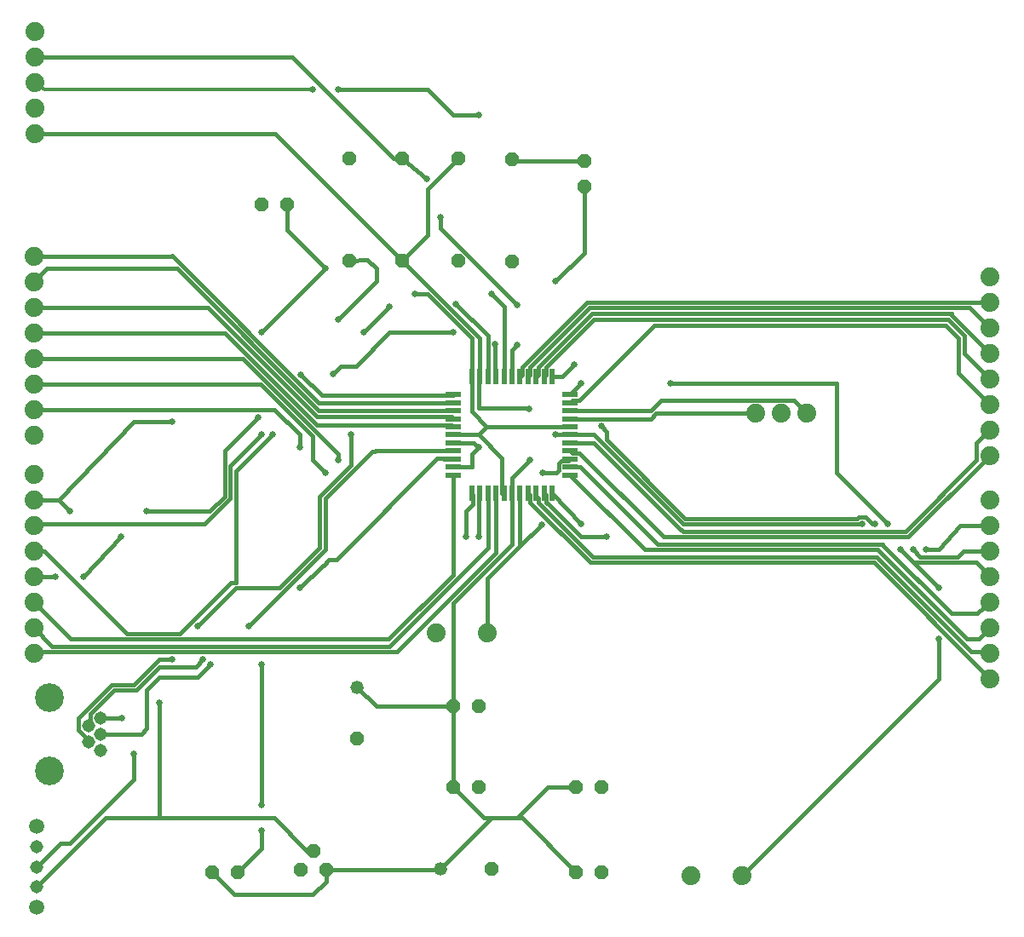
<source format=gbr>
G04 EAGLE Gerber RS-274X export*
G75*
%MOMM*%
%FSLAX34Y34*%
%LPD*%
%INTop Copper*%
%IPPOS*%
%AMOC8*
5,1,8,0,0,1.08239X$1,22.5*%
G01*
%ADD10P,1.429621X8X22.500000*%
%ADD11P,1.429621X8X202.500000*%
%ADD12C,1.320800*%
%ADD13P,1.429621X8X292.500000*%
%ADD14C,1.308000*%
%ADD15C,2.850000*%
%ADD16P,1.429621X8X112.500000*%
%ADD17R,1.500000X0.500000*%
%ADD18R,0.500000X1.500000*%
%ADD19C,1.508000*%
%ADD20C,1.879600*%
%ADD21C,0.406400*%
%ADD22C,0.654800*%
%ADD23C,0.304800*%


D10*
X-559100Y-349900D03*
X-533700Y-349900D03*
X-436880Y-350520D03*
X-411480Y-350520D03*
D11*
X-723900Y228600D03*
X-749300Y228600D03*
D10*
X-436880Y-434660D03*
X-411480Y-434660D03*
D12*
X-654100Y-250800D03*
D13*
X-654100Y-301600D03*
D12*
X-571500Y-431800D03*
D10*
X-520700Y-431800D03*
D14*
X-909100Y-281400D03*
X-909100Y-297400D03*
X-909100Y-313400D03*
X-921100Y-289400D03*
X-921100Y-305400D03*
D15*
X-960100Y-333900D03*
X-960100Y-260900D03*
D10*
X-798500Y-435000D03*
X-773100Y-435000D03*
D16*
X-428624Y246978D03*
X-428624Y272378D03*
D13*
X-662000Y275000D03*
X-662000Y173400D03*
D16*
X-500680Y172380D03*
X-500680Y273980D03*
D13*
X-609600Y274880D03*
X-609600Y173280D03*
D16*
X-553720Y173430D03*
X-553720Y275030D03*
D17*
X-558380Y40000D03*
X-558380Y32000D03*
X-558380Y24000D03*
X-558380Y16000D03*
X-558380Y8000D03*
X-558380Y0D03*
X-558380Y-8000D03*
X-558380Y-16000D03*
X-558380Y-24000D03*
X-558380Y-32000D03*
X-558380Y-40000D03*
D18*
X-540380Y-58000D03*
X-532380Y-58000D03*
X-524380Y-58000D03*
X-516380Y-58000D03*
X-508380Y-58000D03*
X-500380Y-58000D03*
X-492380Y-58000D03*
X-484380Y-58000D03*
X-476380Y-58000D03*
X-468380Y-58000D03*
X-460380Y-58000D03*
D17*
X-442380Y-40000D03*
X-442380Y-32000D03*
X-442380Y-24000D03*
X-442380Y-16000D03*
X-442380Y-8000D03*
X-442380Y0D03*
X-442380Y8000D03*
X-442380Y16000D03*
X-442380Y24000D03*
X-442380Y32000D03*
X-442380Y40000D03*
D18*
X-460380Y58000D03*
X-468380Y58000D03*
X-476380Y58000D03*
X-484380Y58000D03*
X-492380Y58000D03*
X-500380Y58000D03*
X-508380Y58000D03*
X-516380Y58000D03*
X-524380Y58000D03*
X-532380Y58000D03*
X-540380Y58000D03*
D19*
X-972400Y-469400D03*
X-972400Y-389400D03*
D14*
X-972400Y-449400D03*
X-972400Y-429400D03*
X-972400Y-409400D03*
D10*
X-685000Y-432600D03*
X-697700Y-413550D03*
X-710400Y-432600D03*
D20*
X-575800Y-196700D03*
X-525000Y-196700D03*
X-322580Y-438150D03*
X-271780Y-438150D03*
X-975510Y-39650D03*
X-975510Y-65050D03*
X-975510Y-90450D03*
X-975510Y-115850D03*
X-975510Y-141250D03*
X-975510Y-166650D03*
X-975510Y-192050D03*
X-975510Y-217450D03*
X-25130Y-64730D03*
X-25130Y-90130D03*
X-25130Y-115530D03*
X-25130Y-140930D03*
X-25130Y-166330D03*
X-25130Y-191730D03*
X-25130Y-217130D03*
X-25130Y-242530D03*
X-258000Y21400D03*
X-232600Y21400D03*
X-207200Y21400D03*
X-974900Y401150D03*
X-974900Y375750D03*
X-974900Y350350D03*
X-974900Y324950D03*
X-974900Y299550D03*
D10*
X-558500Y-269900D03*
X-533100Y-269900D03*
D20*
X-25730Y157290D03*
X-25730Y131890D03*
X-25730Y106490D03*
X-25730Y81090D03*
X-25730Y55690D03*
X-25730Y30290D03*
X-25730Y4890D03*
X-25730Y-20510D03*
X-975570Y-330D03*
X-975570Y25070D03*
X-975570Y50470D03*
X-975570Y75870D03*
X-975570Y101270D03*
X-975570Y126670D03*
X-975570Y152070D03*
X-975570Y177470D03*
D21*
X-510324Y-58000D02*
X-508380Y-58000D01*
X-510324Y-58000D02*
X-510324Y-23076D01*
X-533400Y0D02*
X-558380Y0D01*
X-533400Y0D02*
X-510324Y-23076D01*
X-525400Y8000D02*
X-442380Y8000D01*
X-525400Y8000D02*
X-533400Y0D01*
X-540380Y22980D02*
X-540380Y58000D01*
X-540380Y22980D02*
X-525400Y8000D01*
X-540380Y58000D02*
X-540380Y95880D01*
X-584200Y139700D01*
X-596900Y139700D01*
D22*
X-596900Y139700D03*
D21*
X-904000Y-381000D02*
X-972400Y-449400D01*
X-736600Y-381000D02*
X-704050Y-413550D01*
X-697700Y-413550D01*
X-850900Y-381000D02*
X-904000Y-381000D01*
X-850900Y-381000D02*
X-736600Y-381000D01*
X-950950Y-65050D02*
X-975510Y-65050D01*
X-950950Y-65050D02*
X-939800Y-76200D01*
D22*
X-939800Y-76200D03*
X-850900Y-266700D03*
D21*
X-850900Y-381000D01*
X-950950Y-65050D02*
X-876300Y12700D01*
X-838200Y12700D01*
D22*
X-838200Y12700D03*
X-555871Y129929D03*
D21*
X-524380Y98438D01*
X-524380Y58000D01*
D22*
X-749300Y101600D03*
D21*
X-685800Y165100D01*
X-723900Y203200D01*
X-723900Y228600D01*
D22*
X-685800Y165100D03*
D21*
X-949400Y-406400D02*
X-972400Y-429400D01*
X-949400Y-406400D02*
X-939800Y-406400D01*
X-876300Y-342900D01*
X-876300Y-317500D01*
D22*
X-876300Y-317500D03*
X-887730Y-281940D03*
D21*
X-888270Y-281400D01*
X-909100Y-281400D01*
X-558500Y-269900D02*
X-558500Y-167340D01*
X-500380Y-109220D01*
X-500380Y-58000D01*
X-558500Y-269900D02*
X-558500Y-349300D01*
X-559100Y-349900D01*
X-464820Y-350520D02*
X-436880Y-350520D01*
X-464820Y-350520D02*
X-495300Y-381000D01*
X-520700Y-381000D01*
X-528000Y-381000D01*
X-559100Y-349900D01*
X-520700Y-381000D02*
X-571500Y-431800D01*
X-495300Y-381000D02*
X-490540Y-381000D01*
X-436880Y-434660D01*
X-776300Y-457200D02*
X-798500Y-435000D01*
X-698500Y-457200D02*
X-685000Y-443700D01*
X-685000Y-432600D01*
X-698500Y-457200D02*
X-776300Y-457200D01*
X-685000Y-432600D02*
X-572300Y-432600D01*
X-571500Y-431800D01*
X-50798Y-90165D02*
X-25130Y-90130D01*
X-50798Y-90165D02*
X-54610Y-90170D01*
X-76200Y-114300D01*
X-88900Y-114300D01*
X-88900Y-114074D01*
D22*
X-88900Y-114074D03*
X-152400Y-88674D03*
D21*
X-330426Y-88674D01*
X-419100Y0D01*
X-442380Y0D01*
X-609600Y173280D02*
X-584200Y198680D01*
X-584200Y244550D02*
X-553720Y275030D01*
X-584200Y244550D02*
X-584200Y198680D01*
X-735870Y299550D02*
X-974900Y299550D01*
X-735870Y299550D02*
X-609600Y173280D01*
X-635000Y-269900D02*
X-558500Y-269900D01*
X-500380Y-58000D02*
X-500380Y-43180D01*
X-457200Y0D02*
X-442380Y0D01*
X-482600Y-25400D02*
X-500380Y-43180D01*
X-540000Y-32000D02*
X-558380Y-32000D01*
X-533400Y56980D02*
X-532380Y58000D01*
X-533400Y56980D02*
X-533400Y26378D01*
X-654100Y-250800D02*
X-635000Y-269900D01*
X-532380Y58000D02*
X-532130Y85090D01*
X-532130Y95810D02*
X-609600Y173280D01*
X-532130Y95810D02*
X-532130Y85090D01*
D22*
X-457200Y0D03*
X-482600Y-25400D03*
D21*
X-533400Y-12700D02*
X-538100Y-8000D01*
X-558380Y-8000D01*
X-540000Y-19300D02*
X-540000Y-32000D01*
X-540000Y-19300D02*
X-533400Y-12700D01*
D22*
X-533400Y-12700D03*
D21*
X-533400Y26378D02*
X-483578Y26378D01*
X-483089Y25889D01*
D22*
X-483089Y25889D03*
D21*
X-749300Y-411200D02*
X-773100Y-435000D01*
X-749300Y-411200D02*
X-749300Y-393700D01*
D22*
X-749300Y-393700D03*
X-749300Y-368300D03*
D21*
X-749300Y-228600D01*
D22*
X-749300Y-228600D03*
D21*
X-635000Y152400D02*
X-635000Y165100D01*
X-643890Y173990D01*
X-662000Y173400D01*
D22*
X-673100Y114300D03*
D21*
X-635000Y152400D01*
X-499078Y272378D02*
X-428624Y272378D01*
X-499078Y272378D02*
X-500680Y273980D01*
X-357060Y21400D02*
X-258000Y21400D01*
X-362460Y16000D02*
X-442380Y16000D01*
X-362460Y16000D02*
X-357060Y21400D01*
X-362363Y24000D02*
X-442380Y24000D01*
X-352009Y34354D02*
X-220154Y34354D01*
X-352009Y34354D02*
X-362363Y24000D01*
X-220154Y34354D02*
X-207200Y21400D01*
X-525000Y-142730D02*
X-525000Y-196700D01*
X-525000Y-142730D02*
X-492760Y-110490D01*
X-492760Y-58380D01*
X-492380Y-58000D01*
X-718650Y375750D02*
X-974900Y375750D01*
X-617780Y274880D02*
X-609600Y274880D01*
X-617780Y274880D02*
X-718650Y375750D01*
X-609600Y274880D02*
X-584664Y254464D01*
D22*
X-584664Y254464D03*
X-571500Y215900D03*
D21*
X-571500Y205578D01*
X-470393Y-89393D02*
X-492760Y-110490D01*
D22*
X-470393Y-89393D03*
D21*
X-495300Y129378D02*
X-571500Y205578D01*
D22*
X-495300Y129378D03*
D21*
X-140660Y-127000D02*
X-25130Y-242530D01*
X-140660Y-127000D02*
X-422409Y-127000D01*
X-482436Y-59944D02*
X-484380Y-58000D01*
X-482436Y-59944D02*
X-482436Y-66973D01*
X-422409Y-127000D01*
X-474436Y-66973D02*
X-474436Y-63500D01*
X-474436Y-66973D02*
X-419997Y-121412D01*
X-474436Y-63500D02*
X-476380Y-61556D01*
X-476380Y-58000D01*
X-26360Y-215900D02*
X-25130Y-217130D01*
X-26360Y-215900D02*
X-43857Y-215900D01*
X-138345Y-121412D02*
X-419997Y-121412D01*
X-138345Y-121412D02*
X-43857Y-215900D01*
X-464353Y-69056D02*
X-466436Y-66973D01*
X-466436Y-59944D02*
X-468380Y-58000D01*
X-466436Y-59944D02*
X-466436Y-66973D01*
X-464353Y-69056D02*
X-464344Y-69056D01*
X-431800Y-101600D02*
X-406400Y-101600D01*
D22*
X-406400Y-101600D03*
D21*
X-431800Y-101600D02*
X-464344Y-69056D01*
X-460380Y-58000D02*
X-431800Y-88900D01*
D22*
X-431800Y-88900D03*
X-533400Y317500D03*
D21*
X-558800Y317500D01*
X-584200Y342900D01*
X-673100Y342900D01*
D22*
X-673100Y342900D03*
X-698500Y342900D03*
D23*
X-965200Y342900D02*
X-974900Y350350D01*
X-965200Y342900D02*
X-698500Y342900D01*
D21*
X-442380Y-40220D02*
X-368300Y-114300D01*
X-442380Y-40220D02*
X-442380Y-40000D01*
X-36600Y-203200D02*
X-25130Y-191730D01*
X-36600Y-203200D02*
X-48655Y-203200D01*
X-137555Y-114300D02*
X-368300Y-114300D01*
X-137555Y-114300D02*
X-48655Y-203200D01*
X-355600Y-108712D02*
X-432312Y-32000D01*
X-442380Y-32000D01*
X-38100Y-177800D02*
X-25130Y-166330D01*
X-38100Y-177800D02*
X-63500Y-177800D01*
X-131967Y-108712D02*
X-355600Y-108712D01*
X-131967Y-109333D02*
X-63500Y-177800D01*
X-131967Y-109333D02*
X-131967Y-108712D01*
X-39060Y-127000D02*
X-25130Y-140930D01*
X-101600Y-127000D02*
X-114300Y-114300D01*
D22*
X-114300Y-114300D03*
D21*
X-101600Y-127000D02*
X-39060Y-127000D01*
D22*
X-139700Y-88674D03*
D21*
X-149361Y-81336D02*
X-155440Y-81336D01*
X-157190Y-83086D01*
X-142023Y-88674D02*
X-139700Y-88674D01*
X-142023Y-88674D02*
X-149361Y-81336D01*
X-157190Y-83086D02*
X-328111Y-83086D01*
D22*
X-431800Y50800D03*
D21*
X-442380Y40220D01*
X-442380Y40000D01*
X-406400Y-4797D02*
X-328111Y-83086D01*
X-76200Y-242570D02*
X-271780Y-438150D01*
X-76200Y-242570D02*
X-76200Y-203200D01*
D22*
X-76200Y-203200D03*
X-76200Y-152400D03*
D21*
X-101600Y-127000D01*
D22*
X-411762Y8662D03*
D21*
X-406400Y3300D01*
X-406400Y-4797D01*
X-52030Y-115530D02*
X-25130Y-115530D01*
X-52030Y-115530D02*
X-57912Y-121412D01*
X-94488Y-121412D02*
X-101600Y-114300D01*
D22*
X-101600Y-114300D03*
D21*
X-94488Y-121412D02*
X-57912Y-121412D01*
D22*
X-127000Y-88674D03*
D21*
X-177800Y-37874D01*
X-177800Y50800D01*
X-342900Y50800D01*
D22*
X-342900Y50800D03*
X-457200Y152400D03*
D21*
X-460380Y58000D02*
X-450000Y58000D01*
X-438150Y69850D01*
D22*
X-438150Y69850D03*
D21*
X-457200Y152400D02*
X-428624Y180976D01*
X-428624Y246978D01*
X-876300Y-248412D02*
X-898293Y-248412D01*
X-876300Y-248412D02*
X-851126Y-223238D01*
X-838200Y-223238D01*
D22*
X-838200Y-223238D03*
X-812800Y-190500D03*
D21*
X-774700Y-152400D01*
X-731803Y-152400D01*
X-691388Y-111985D01*
X-660400Y-30197D02*
X-660400Y0D01*
X-660400Y-30197D02*
X-691388Y-61185D01*
X-691388Y-111985D01*
D22*
X-660400Y0D03*
D21*
X-500380Y58000D02*
X-500380Y83820D01*
X-495300Y88900D01*
D22*
X-495300Y88900D03*
D21*
X-921100Y-303678D02*
X-921100Y-305400D01*
X-921100Y-303678D02*
X-931196Y-293582D01*
X-931196Y-281315D01*
X-898293Y-248412D01*
X-516380Y-117317D02*
X-516380Y-58000D01*
X-973960Y-215900D02*
X-975510Y-217450D01*
X-614963Y-215900D02*
X-516380Y-117317D01*
X-614963Y-215900D02*
X-973960Y-215900D01*
X-524380Y-112392D02*
X-524380Y-58000D01*
X-524380Y-112392D02*
X-622300Y-210312D01*
X-957248Y-210312D02*
X-975510Y-192050D01*
X-957248Y-210312D02*
X-622300Y-210312D01*
X-868900Y-297400D02*
X-909100Y-297400D01*
X-868900Y-297400D02*
X-863600Y-292100D01*
X-863600Y-254000D01*
X-850900Y-241300D01*
X-812800Y-241300D02*
X-800100Y-228600D01*
D22*
X-800100Y-228600D03*
D21*
X-812800Y-241300D02*
X-850900Y-241300D01*
D22*
X-762000Y-190500D03*
D21*
X-685800Y-114300D02*
X-685800Y-63500D01*
X-638810Y-16510D01*
X-636270Y-16510D01*
X-635760Y-16000D01*
X-558380Y-16000D01*
X-685800Y-114300D02*
X-762000Y-190500D01*
X-919196Y-287496D02*
X-921100Y-289400D01*
X-919196Y-287496D02*
X-919196Y-277218D01*
X-895978Y-254000D01*
X-873985Y-254000D02*
X-850561Y-230576D01*
X-873985Y-254000D02*
X-895978Y-254000D01*
X-850561Y-230576D02*
X-814776Y-230576D01*
X-807590Y-223390D01*
X-807590Y-223238D01*
D22*
X-807590Y-223238D03*
X-711200Y-152400D03*
D21*
X-688367Y-129567D01*
X-687805Y-129567D01*
X-682695Y-124456D01*
X-682695Y-123895D01*
X-574540Y-23424D02*
X-568461Y-23424D01*
X-675010Y-123895D02*
X-682695Y-123895D01*
X-568461Y-23424D02*
X-567885Y-24000D01*
X-558380Y-24000D01*
X-574540Y-23424D02*
X-675010Y-123895D01*
X-953770Y-140970D02*
X-975510Y-141250D01*
D22*
X-953770Y-140970D03*
X-925830Y-140970D03*
D21*
X-889000Y-101600D01*
D22*
X-889000Y-101600D03*
X-863600Y-76200D03*
D21*
X-800891Y-76200D01*
X-785876Y-61185D01*
X-689410Y39387D02*
X-558993Y39387D01*
X-558380Y40000D01*
D22*
X-752693Y17363D03*
X-709930Y59908D03*
D21*
X-689410Y39387D01*
X-785876Y-15821D02*
X-785876Y-61185D01*
X-785876Y-15821D02*
X-752693Y17363D01*
X-508380Y58000D02*
X-508000Y58380D01*
D22*
X-622300Y127000D03*
X-647700Y101600D03*
X-749300Y0D03*
D21*
X-780288Y-63500D02*
X-805688Y-88900D01*
X-973960Y-88900D02*
X-975510Y-90450D01*
X-973960Y-88900D02*
X-805688Y-88900D01*
X-647700Y101600D02*
X-622300Y127000D01*
D22*
X-520700Y139700D03*
D21*
X-508000Y127000D01*
X-508000Y58380D01*
X-780288Y-30988D02*
X-780288Y-63500D01*
X-780288Y-30988D02*
X-749300Y0D01*
X-774700Y-146812D02*
X-779490Y-146812D01*
X-830290Y-197612D01*
X-883412Y-197612D02*
X-965174Y-115850D01*
X-975510Y-115850D01*
X-883412Y-197612D02*
X-830290Y-197612D01*
D22*
X-558800Y101600D03*
X-516890Y90170D03*
D21*
X-622300Y101600D02*
X-655522Y68378D01*
X-622300Y101600D02*
X-558800Y101600D01*
X-516890Y90170D02*
X-516890Y58510D01*
X-516380Y58000D01*
X-655522Y68378D02*
X-670544Y68378D01*
X-678071Y60851D01*
D22*
X-678071Y60851D03*
X-738632Y0D03*
D21*
X-774700Y-36068D02*
X-774700Y-146812D01*
X-774700Y-36068D02*
X-738632Y0D01*
X-938960Y-203200D02*
X-975510Y-166650D01*
X-623091Y-203200D02*
X-559195Y-139305D01*
X-559195Y-40815D01*
X-558380Y-40000D01*
X-623091Y-203200D02*
X-938960Y-203200D01*
X-50800Y80760D02*
X-25730Y55690D01*
X-50800Y80760D02*
X-50800Y98257D01*
X-466436Y66973D02*
X-466436Y59944D01*
X-468380Y58000D01*
X-466436Y66973D02*
X-419109Y114300D01*
X-66843Y114300D01*
X-50800Y98257D01*
X-63500Y118860D02*
X-25730Y81090D01*
X-63500Y118860D02*
X-63500Y120714D01*
X-474436Y66973D02*
X-474436Y59944D01*
X-476380Y58000D01*
X-420695Y120714D02*
X-63500Y120714D01*
X-420695Y120714D02*
X-474436Y66973D01*
X-45542Y126302D02*
X-25730Y106490D01*
X-482436Y66973D02*
X-482436Y59944D01*
X-484380Y58000D01*
X-482436Y66973D02*
X-423107Y126302D01*
X-45542Y126302D01*
X-490436Y66973D02*
X-490436Y59944D01*
X-492380Y58000D01*
X-425519Y131890D02*
X-25730Y131890D01*
X-425519Y131890D02*
X-490436Y66973D01*
X-838530Y177470D02*
X-975570Y177470D01*
X-838530Y177470D02*
X-838200Y177800D01*
X-692400Y32000D01*
X-558380Y32000D01*
X-962540Y165100D02*
X-975570Y152070D01*
X-962540Y165100D02*
X-833403Y165100D01*
X-692303Y24000D02*
X-558380Y24000D01*
X-692303Y24000D02*
X-833403Y165100D01*
X-802875Y126670D02*
X-975570Y126670D01*
X-560324Y17944D02*
X-558380Y16000D01*
X-694149Y17944D02*
X-802875Y126670D01*
X-694149Y17944D02*
X-560324Y17944D01*
X-785378Y101270D02*
X-975570Y101270D01*
X-560324Y9944D02*
X-558380Y8000D01*
X-694052Y9944D02*
X-785378Y101270D01*
X-694052Y9944D02*
X-560324Y9944D01*
X-767881Y75870D02*
X-975570Y75870D01*
X-767881Y75870D02*
X-673100Y-18911D01*
X-673100Y-25400D01*
D22*
X-673100Y-25400D03*
X-546100Y-101600D03*
D21*
X-546100Y-76200D01*
X-538988Y-69088D01*
X-538988Y-59392D02*
X-540380Y-58000D01*
X-538988Y-59392D02*
X-538988Y-69088D01*
X-750383Y50470D02*
X-975570Y50470D01*
X-698500Y-1413D02*
X-698500Y-25400D01*
X-685800Y-38100D01*
D22*
X-685800Y-38100D03*
X-533400Y-101600D03*
D21*
X-533400Y-59020D02*
X-532380Y-58000D01*
X-698500Y-1413D02*
X-750383Y50470D01*
X-533400Y-59020D02*
X-533400Y-101600D01*
X-38684Y-8064D02*
X-25730Y4890D01*
X-38684Y-8064D02*
X-38684Y-25400D01*
X-109296Y-96012D01*
X-330200Y-96012D01*
X-419003Y-8000D02*
X-442380Y-8000D01*
X-332741Y-94262D02*
X-331950Y-94262D01*
X-330200Y-96012D01*
X-332741Y-94262D02*
X-419003Y-8000D01*
X-106820Y-101600D02*
X-25730Y-20510D01*
X-440436Y-17944D02*
X-442380Y-16000D01*
X-440436Y-17944D02*
X-433407Y-17944D01*
X-349751Y-101600D01*
X-106820Y-101600D01*
X-736270Y25070D02*
X-975570Y25070D01*
X-736270Y25070D02*
X-711200Y0D01*
X-711200Y-12700D01*
D22*
X-711200Y-12700D03*
X-469900Y-38100D03*
D21*
X-456480Y-38100D01*
X-453436Y-35056D01*
X-453436Y-28027D01*
X-451353Y-25944D01*
X-444324Y-25944D01*
X-442380Y-24000D01*
X-56388Y60948D02*
X-25730Y30290D01*
X-56388Y60948D02*
X-56388Y95943D01*
X-69157Y108712D01*
X-433407Y33944D02*
X-440436Y33944D01*
X-442380Y32000D01*
X-433407Y33944D02*
X-358639Y108712D01*
X-69157Y108712D01*
M02*

</source>
